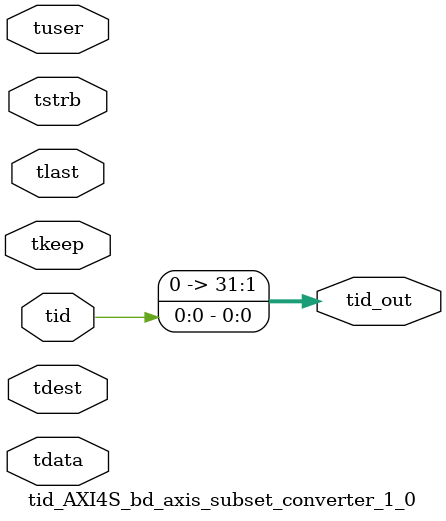
<source format=v>


`timescale 1ps/1ps

module tid_AXI4S_bd_axis_subset_converter_1_0 #
(
parameter C_S_AXIS_TID_WIDTH   = 1,
parameter C_S_AXIS_TUSER_WIDTH = 0,
parameter C_S_AXIS_TDATA_WIDTH = 0,
parameter C_S_AXIS_TDEST_WIDTH = 0,
parameter C_M_AXIS_TID_WIDTH   = 32
)
(
input  [(C_S_AXIS_TID_WIDTH   == 0 ? 1 : C_S_AXIS_TID_WIDTH)-1:0       ] tid,
input  [(C_S_AXIS_TDATA_WIDTH == 0 ? 1 : C_S_AXIS_TDATA_WIDTH)-1:0     ] tdata,
input  [(C_S_AXIS_TUSER_WIDTH == 0 ? 1 : C_S_AXIS_TUSER_WIDTH)-1:0     ] tuser,
input  [(C_S_AXIS_TDEST_WIDTH == 0 ? 1 : C_S_AXIS_TDEST_WIDTH)-1:0     ] tdest,
input  [(C_S_AXIS_TDATA_WIDTH/8)-1:0 ] tkeep,
input  [(C_S_AXIS_TDATA_WIDTH/8)-1:0 ] tstrb,
input                                                                    tlast,
output [(C_M_AXIS_TID_WIDTH   == 0 ? 1 : C_M_AXIS_TID_WIDTH)-1:0       ] tid_out
);

assign tid_out = {tid[0:0]};

endmodule


</source>
